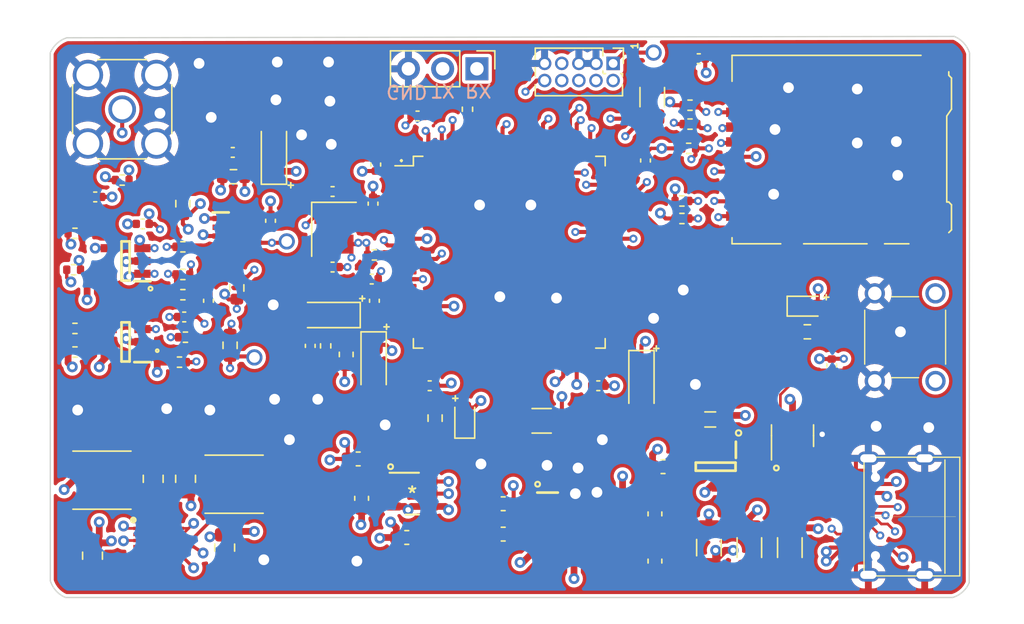
<source format=kicad_pcb>
(kicad_pcb (version 20201220) (generator pcbnew)
  (layers (0 "F.Cu" power "GND") (1 "In1.Cu" mixed "SigPwr") (2 "In2.Cu" mixed "SigPwr2") (31 "B.Cu" power "GND2") (34 "B.Paste" user) (35 "F.Paste" user) (36 "B.SilkS" user "B.Silkscreen") (37 "F.SilkS" user "F.Silkscreen") (38 "B.Mask" user) (39 "F.Mask" user) (44 "Edge.Cuts" user))
  (net 0 "")
  (net 1 "GND")
  (net 2 "Net-(C15-Pad1)")
  (net 3 "Net-(C3-Pad1)")
  (net 4 "Net-(C4-Pad1)")
  (net 5 "Net-(C10-Pad2)")
  (net 6 "Net-(C10-Pad1)")
  (net 7 "/v_DIV_OUT")
  (net 8 "Net-(C5-Pad1)")
  (net 9 "/Power/+5V")
  (net 10 "/VPOS")
  (net 11 "/VNEG")
  (net 12 "/+3.3V")
  (net 13 "/H7MCU/VREF+")
  (net 14 "/H7MCU/+3.3VA")
  (net 15 "Net-(C19-Pad1)")
  (net 16 "/Power/USB_CONN_D+")
  (net 17 "/Power/USB_CONN_D-")
  (net 18 "/H7MCU/HSE_IN")
  (net 19 "/H7MCU/NRST")
  (net 20 "/H7MCU/USART_TX")
  (net 21 "/H7MCU/USART_RX")
  (net 22 "/H7MCU/LED_STAT")
  (net 23 "Net-(D2-Pad1)")
  (net 24 "Net-(D3-Pad1)")
  (net 25 "Net-(F1-Pad2)")
  (net 26 "VCC")
  (net 27 "Net-(FB1-Pad1)")
  (net 28 "Net-(C11-Pad2)")
  (net 29 "P_AMP_OUT")
  (net 30 "Net-(IC2-Pad4)")
  (net 31 "Net-(C11-Pad1)")
  (net 32 "/3.3VREF")
  (net 33 "Net-(C31-Pad2)")
  (net 34 "Net-(IC3-Pad4)")
  (net 35 "Net-(IC3-Pad1)")
  (net 36 "Net-(IC4-Pad10)")
  (net 37 "Net-(IC4-Pad1)")
  (net 38 "Net-(IC5-Pad1)")
  (net 39 "Net-(J1-PadA5)")
  (net 40 "Net-(J1-PadB5)")
  (net 41 "Net-(J2-Pad1)")
  (net 42 "no_connect_56")
  (net 43 "no_connect_57")
  (net 44 "no_connect_58")
  (net 45 "/H7MCU/BOOT0")
  (net 46 "no_connect_62")
  (net 47 "no_connect_59")
  (net 48 "no_connect_73")
  (net 49 "no_connect_84")
  (net 50 "/H7MCU/SWO")
  (net 51 "no_connect_92")
  (net 52 "no_connect_110")
  (net 53 "no_connect_112")
  (net 54 "no_connect_120")
  (net 55 "no_connect_63")
  (net 56 "no_connect_64")
  (net 57 "no_connect_65")
  (net 58 "no_connect_67")
  (net 59 "no_connect_68")
  (net 60 "no_connect_69")
  (net 61 "no_connect_70")
  (net 62 "no_connect_71")
  (net 63 "/H7MCU/SDMMC_CMD")
  (net 64 "no_connect_72")
  (net 65 "no_connect_74")
  (net 66 "/H7MCU/SDMMC_CK")
  (net 67 "/H7MCU/SDMMC_D3")
  (net 68 "/H7MCU/SDMMC_D2")
  (net 69 "no_connect_75")
  (net 70 "/H7MCU/SWCLK")
  (net 71 "/H7MCU/SWDIO")
  (net 72 "/USB_D+")
  (net 73 "/USB_D-")
  (net 74 "no_connect_76")
  (net 75 "no_connect_77")
  (net 76 "no_connect_78")
  (net 77 "/H7MCU/SDMMC_D1")
  (net 78 "/H7MCU/SDMMC_D0")
  (net 79 "no_connect_79")
  (net 80 "no_connect_80")
  (net 81 "no_connect_81")
  (net 82 "no_connect_82")
  (net 83 "no_connect_83")
  (net 84 "no_connect_85")
  (net 85 "no_connect_86")
  (net 86 "no_connect_87")
  (net 87 "no_connect_88")
  (net 88 "no_connect_89")
  (net 89 "no_connect_90")
  (net 90 "no_connect_91")
  (net 91 "no_connect_93")
  (net 92 "no_connect_94")
  (net 93 "no_connect_95")
  (net 94 "no_connect_96")
  (net 95 "no_connect_97")
  (net 96 "no_connect_98")
  (net 97 "no_connect_99")
  (net 98 "no_connect_100")
  (net 99 "no_connect_101")
  (net 100 "no_connect_102")
  (net 101 "no_connect_103")
  (net 102 "no_connect_104")
  (net 103 "no_connect_105")
  (net 104 "no_connect_106")
  (net 105 "no_connect_107")
  (net 106 "no_connect_108")
  (net 107 "no_connect_109")
  (net 108 "no_connect_111")
  (net 109 "no_connect_113")
  (net 110 "no_connect_114")
  (net 111 "no_connect_115")
  (net 112 "no_connect_116")
  (net 113 "no_connect_117")
  (net 114 "no_connect_118")
  (net 115 "no_connect_119")
  (net 116 "no_connect_121")
  (net 117 "/H7MCU/HSE_OUT")
  (net 118 "no_connect_60")
  (net 119 "no_connect_122")
  (net 120 "no_connect_61")
  (net 121 "no_connect_123")
  (net 122 "no_connect_124")
  (net 123 "Net-(C48-Pad2)")
  (net 124 "no_connect_66")
  (footprint "Capacitor_SMD:C_0603_1608Metric" (layer "F.Cu") (at 141 110.5 -90)
    (fp_text reference "C3" hide)
    (fp_text value "1u")
  )
  (footprint "Resistor_SMD:R_0402_1005Metric" (layer "F.Cu") (at 97.9 92.4)
    (fp_text reference "R12" hide)
    (fp_text value "2.49k")
  )
  (footprint "Connector_PinHeader_1.27mm:PinHeader_2x05_P1.27mm_Vertical" (layer "F.Cu") (at 137.9 77.1 -90)
    (fp_text reference "J3" hide)
    (fp_text value "SWDIO" hide)
  )
  (footprint "Capacitor_SMD:C_0603_1608Metric" (layer "F.Cu") (at 141 114 -90)
    (fp_text reference "C5" hide)
    (fp_text value "1u")
  )
  (footprint "Capacitor_SMD:C_0402_1005Metric" (layer "F.Cu") (at 107.9 94.7 -90)
    (fp_text reference "C12" hide)
    (fp_text value "100p")
  )
  (footprint "Capacitor_SMD:C_1206_3216Metric" (layer "F.Cu") (at 132.6 103.6 180)
    (fp_text reference "C15" hide)
    (fp_text value "2.2u")
  )
  (footprint "Resistor_SMD:R_0603_1608Metric" (layer "F.Cu") (at 109.75 85.5 180)
    (fp_text reference "R15" hide)
    (fp_text value "49.9k")
  )
  (footprint "Fuse:Fuse_1206_3216Metric" (layer "F.Cu") (at 145 113 90)
    (fp_text reference "F1" hide)
    (fp_text value "Polyfuse")
  )
  (footprint "Capacitor_Tantalum_SMD:CP_EIA-3216-18_Kemet-A" (layer "F.Cu") (at 120.142 99.314 -90)
    (fp_text reference "C25" hide)
    (fp_text value "1u")
  )
  (footprint "Capacitor_Tantalum_SMD:CP_EIA-3216-18_Kemet-A" (layer "F.Cu") (at 112.75 83.75 90)
    (fp_text reference "C32" hide)
    (fp_text value "10u")
  )
  (footprint "Capacitor_SMD:C_0402_1005Metric" (layer "F.Cu") (at 120.1 87.5 -90)
    (fp_text reference "C18" hide)
    (fp_text value "100n")
  )
  (footprint "Capacitor_SMD:C_0402_1005Metric" (layer "F.Cu") (at 144.25 76.75)
    (fp_text reference "C34" hide)
    (fp_text value "100n")
  )
  (footprint "LED_SMD:LED_0603_1608Metric" (layer "F.Cu") (at 126.9 103.4 90)
    (fp_text reference "D2" hide)
    (fp_text value "LED_Red")
  )
  (footprint "Resistor_SMD:R_0402_1005Metric" (layer "F.Cu") (at 105.75 99.25)
    (fp_text reference "R3" hide)
    (fp_text value "44.2k")
  )
  (footprint "Capacitor_SMD:C_0402_1005Metric" (layer "F.Cu") (at 140.3 84.3 -90)
    (fp_text reference "C17" hide)
    (fp_text value "100n")
  )
  (footprint "Capacitor_Tantalum_SMD:CP_EIA-3216-18_Kemet-A" (layer "F.Cu") (at 140 100.7 -90)
    (fp_text reference "C13" hide)
    (fp_text value "4.7u")
  )
  (footprint "Capacitor_SMD:C_0402_1005Metric" (layer "F.Cu") (at 124.3 101 180)
    (fp_text reference "C16" hide)
    (fp_text value "100n")
  )
  (footprint "Connector_Coaxial:SMA_Wurth_60312002114503_Vertical" (layer "F.Cu") (at 101.5 80.5)
    (fp_text reference "J2" hide)
    (fp_text value "Conn_Coaxial")
  )
  (footprint "Resistor_SMD:R_0603_1608Metric" (layer "F.Cu") (at 110 93.75 -90)
    (fp_text reference "R14" hide)
    (fp_text value "100k")
  )
  (footprint "Resistor_SMD:R_0402_1005Metric" (layer "F.Cu") (at 98 98.5)
    (fp_text reference "R10" hide)
    (fp_text value "2.49k")
  )
  (footprint "CM4IO:TYPE-C-31-M-12" (layer "F.Cu") (at 161 110.7 90)
    (fp_text reference "J1" hide)
    (fp_text value "USB_C_Receptacle_USB2.0")
  )
  (footprint "Capacitor_SMD:C_0805_2012Metric" (layer "F.Cu") (at 109.1 113 -90)
    (fp_text reference "C9" hide)
    (fp_text value "10u")
  )
  (footprint "Capacitor_SMD:C_1206_3216Metric" (layer "F.Cu") (at 140.8 79.6 90)
    (fp_text reference "C19" hide)
    (fp_text value "2.2u")
  )
  (footprint "SamacSys_Parts:TL1105CF160Q" (layer "F.Cu") (at 159.55 97.4 90)
    (fp_text reference "S1" hide)
    (fp_text value "TL1105CF160Q" hide)
  )
  (footprint "Resistor_SMD:R_0402_1005Metric" (layer "F.Cu") (at 120.2 91.3 180)
    (fp_text reference "R20" hide)
    (fp_text value "47")
  )
  (footprint "Package_TO_SOT_SMD:SOT-23-6" (layer "F.Cu") (at 151.2 104.7 90)
    (fp_text reference "U4" hide)
    (fp_text value "USBLC6-2SC6")
  )
  (footprint "Capacitor_SMD:C_0805_2012Metric" (layer "F.Cu") (at 106.2 107.9 90)
    (fp_text reference "C8" hide)
    (fp_text value "100n")
  )
  (footprint "Capacitor_SMD:C_0603_1608Metric" (layer "F.Cu") (at 122.6 112.25)
    (fp_text reference "C27" hide)
    (fp_text value "1u")
  )
  (footprint "Fiducial:Fiducial_0.5mm_Mask1.5mm" (layer "F.Cu") (at 148.9 93)
    (fp_text reference "FID3" hide)
    (fp_text value "Fiducial")
  )
  (footprint "Capacitor_SMD:C_0805_2012Metric" (layer "F.Cu") (at 103.8 107.9 90)
    (fp_text reference "C6" hide)
    (fp_text value "10u")
  )
  (footprint "Resistor_SMD:R_0402_1005Metric" (layer "F.Cu") (at 143.6 80.2 180)
    (fp_text reference "R17" hide)
    (fp_text value "47k")
  )
  (footprint "LED_SMD:LED_0603_1608Metric" (layer "F.Cu") (at 152.2875 95.1)
    (fp_text reference "D3" hide)
    (fp_text value "LED")
  )
  (footprint "Resistor_SMD:R_0402_1005Metric" (layer "F.Cu") (at 101.5 85.75)
    (fp_text reference "R6" hide)
    (fp_text value "35.7k")
  )
  (footprint "Resistor_SMD:R_0402_1005Metric" (layer "F.Cu") (at 143.6 81.6 180)
    (fp_text reference "R19" hide)
    (fp_text value "47k")
  )
  (footprint "Inductor_SMD:L_Coilcraft_XxL4020" (layer "F.Cu") (at 109.8 108.3)
    (fp_text reference "L2" hide)
    (fp_text value "4.7u")
  )
  (footprint "Capacitor_SMD:C_0402_1005Metric" (layer "F.Cu") (at 99.5 87 180)
    (fp_text reference "C30" hide)
    (fp_text value "100p")
  )
  (footprint "Capacitor_SMD:C_0402_1005Metric" (layer "F.Cu") (at 123.4 81)
    (fp_text reference "C21" hide)
    (fp_text value "100n")
  )
  (footprint "Crystal:Crystal_SMD_3225-4Pin_3.2x2.5mm" (layer "F.Cu") (at 117.2 89.4 -90)
    (fp_text reference "Y1" hide)
    (fp_text value "16MHz")
  )
  (footprint "Resistor_SMD:R_0402_1005Metric" (layer "F.Cu") (at 143 87.3 180)
    (fp_text reference "R23" hide)
    (fp_text value "47k")
  )
  (footprint "Connector_PinHeader_2.54mm:PinHeader_1x03_P2.54mm_Vertical" (layer "F.Cu") (at 127.8 77.5 -90)
    (fp_text reference "J7" hide)
    (fp_text value "USART")
  )
  (footprint "Capacitor_SMD:C_0402_1005Metric" (layer "F.Cu") (at 109.7 83.7 180)
    (fp_text reference "C31" hide)
    (fp_text value "100p")
  )
  (footprint "Inductor_SMD:L_0603_1608Metric" (layer "F.Cu") (at 118.11 98.679 90)
    (fp_text reference "FB2" hide)
    (fp_text value "100 @ 100 MHz")
  )
  (footprint "Resistor_SMD:R_0402_1005Metric" (layer "F.Cu") (at 106 92.75)
    (fp_text reference "R4" hide)
    (fp_text value "66.5k")
  )
  (footprint "Capacitor_SMD:C_0402_1005Metric" (layer "F.Cu") (at 120.3 84.6 90)
    (fp_text reference "C20" hide)
    (fp_text value "100n")
  )
  (footprint "Capacitor_SMD:C_0805_2012Metric" (layer "F.Cu") (at 99.3 113.6 -90)
    (fp_text reference "C7" hide)
    (fp_text value "10u")
  )
  (footprint "SamacSys_Parts:SOT95P280X145-5N" (layer "F.Cu") (at 101.75 91.75 180)
    (fp_text reference "IC3" hide)
    (fp_text value "OPA659IDBVR" hide)
  )
  (footprint "Resistor_SMD:R_1206_3216Metric" (layer "F.Cu") (at 151 113 -90)
    (fp_text reference "R1" hide)
    (fp_text value "5.1k")
  )
  (footprint "Resistor_SMD:R_0402_1005Metric" (layer "F.Cu") (at 98 96.75 180)
    (fp_text reference "R9" hide)
    (fp_text value "187")
  )
  (footprint "SamacSys_Parts:SOT65P210X110-5N" (layer "F.Cu") (at 109.75 89.25)
    (fp_text reference "IC5" hide)
    (fp_text value "OPA377AIDCKR" hide)
  )
  (footprint "Capacitor_SMD:C_0603_1608Metric" (layer "F.Cu") (at 119.253 109.347 90)
    (fp_text reference "C22" hide)
    (fp_text value "100n X7R")
  )
  (footprint "Capacitor_SMD:C_0402_1005Metric" (layer "F.Cu") (at 115.443 98.044 -90)
    (fp_text reference "C26" hide)
    (fp_text value "100n")
  )
  (footprint "Resistor_SMD:R_0402_1005Metric" (layer "F.Cu") (at 127.1 80.5 90)
    (fp_text reference "R27" hide)
    (fp_text value "10k")
  )
  (footprint "Capacitor_SMD:C_0402_1005Metric" (layer "F.Cu") (at 154.1 99.5 90)
    (fp_text reference "C50" hide)
    (fp_text value "100n")
  )
  (footprint "Resistor_SMD:R_1206_3216Metric" (layer "F.Cu") (at 148 113 -90)
    (fp_text reference "R2" hide)
    (fp_text value "5.1k")
  )
  (footprint "Capacitor_SMD:C_0402_1005Metric" (layer "F.Cu") (at 117.1 92.2)
    (fp_text reference "C48" hide)
    (fp_text value "12p")
  )
  (footprint "Capacitor_Tantalum_SMD:CP_EIA-3216-18_Kemet-A" (layer "F.Cu") (at 116.84 95.758 180)
    (fp_text reference "C23" hide)
    (fp_text value "1u")
  )
  (footprint "Resistor_SMD:R_0603_1608Metric" (layer "F.Cu") (at 152.3 97 180)
    (fp_text reference "R28" hide)
    (fp_text value "2.2k")
  )
  (footprint "Package_QFP:LQFP-100_14x14mm_P0.5mm" (layer "F.Cu") (at 130.2 91.1)
    (fp_text reference "U2" hide)
    (fp_text value "STM32H743VITx")
  )
  (footprint "Resistor_SMD:R_0402_1005Metric" (layer "F.Cu") (at 98 89.7)
    (fp_text reference "R11" hide)
    (fp_text value "187")
  )
  (footprint "Inductor_SMD:L_Coilcraft_XxL4020" (layer "F.Cu") (at 100 108 180)
    (fp_text reference "L1" hide)
    (fp_text value "4.7u")
  )
  (footprint "SamacSys_Parts:SOT95P280X125-3N" (layer "F.Cu") (at 145.5 107 -90)
    (fp_text reference "Q1" hide)
    (fp_text value "AO3401A" hide)
  )
  (footprint "Fiducial:Fiducial_0.5mm_Mask1.5mm" (layer "F.Cu") (at 115 113.75)
    (fp_text reference "FID2" hide)
    (fp_text value "Fiducial")
  )
  (footprint "Resistor_SMD:R_0402_1005Metric" (layer "F.Cu") (at 106.19 97.4 180)
    (fp_text reference "R5" hide)
    (fp_text value "6.34k")
  )
  (footprint "Capacitor_SMD:C_0603_1608Metric" (layer "F.Cu") (at 118.999 106.426)
    (fp_text reference "C28" hide)
    (fp_text value "10u")
  )
  (footprint "Capacitor_SMD:C_0402_1005Metric" (layer "F.Cu") (at 112.5 88.77 90)
    (fp_text reference "C33" hide)
    (fp_text value "100n")
  )
  (footprint "Resistor_SMD:R_0402_1005Metric" (layer "F.Cu") (at 106 94.25 180)
    (fp_text reference "R7" hide)
    (fp_text value "34.8k")
  )
  (footprint "Connector_Card:microSD_HC_Hirose_DM3AT-SF-PEJM5" (layer "F.Cu") (at 154.6 83.5 90)
    (fp_text reference "J4" hide)
    (fp_text value "Micro_SD_Card")
  )
  (footprint "Capacitor_SMD:C_0402_1005Metric" (layer "F.Cu") (at 106.1 95.9)
    (fp_text reference "C10" hide)
    (fp_text value "100p")
  )
  (footprint "Capacitor_SMD:C_0402_1005Metric" (layer "F.Cu") (at 120 93.091)
    (fp_text reference "C29" hide)
    (fp_text value "47p")
  )
  (footprint "SamacSys_Parts:SOIC127P600X175-9N" (layer "F.Cu") (at 135.75 111.5)
    (fp_text reference "IC1" hide)
    (fp_text value "ADP7156ARDZ-3.3-R7" hide)
  )
  (footprint "Fiducial:Fiducial_0.5mm_Mask1.5mm" (layer "F.Cu") (at 109.5 77.75)
    (fp_text reference "FID1" hide)
    (fp_text value "Fiducial")
  )
  (footprint "Capacitor_SMD:C_0402_1005Metric" (layer "F.Cu") (at 117.1 86.6)
    (fp_text reference "C49" hide)
    (fp_text value "12p")
  )
  (footprint "Resistor_SMD:R_0402_1005Metric" (layer "F.Cu") (at 106 90.7 180)
    (fp_text reference "R8" hide)
    (fp_text value "10k")
  )
  (footprint "Capacitor_SMD:C_0603_1608Metric" (layer "F.Cu") (at 129.75 109.75 180)
    (fp_text reference "C1" hide)
    (fp_text value "10u")
  )
  (footprint "Capacitor_SMD:C_0402_1005Metric" (layer "F.Cu") (at 103.02 89)
    (fp_text reference "C11" hide)
    (fp_text value "100p")
  )
  (footprint "SamacSys_Parts:SOT95P280X145-5N" (layer "F.Cu") (at 101.75 97.75 180)
    (fp_text reference "IC2" hide)
    (fp_text value "OPA659IDBVR" hide)
  )
  (footprint "Capacitor_SMD:C_0402_1005Metric" (layer "F.Cu") (at 136.8 101 180)
    (fp_text reference "C14" hide)
    (fp_text value "100n")
  )
  (footprint "Resistor_SMD:R_0402_1005Metric" (layer "F.Cu") (at 143.5 83.4 180)
    (fp_text reference "R22" hide)
    (fp_text value "47k")
  )
  (footprint "REF3433:REF3433IDBVR" (layer "F.Cu") (at 123 109)
    (fp_text reference "U3" hide)
    (fp_text value "REF3433IDBVR" hide)
  )
  (footprint "Resistor_SMD:R_0603_1608Metric" (layer "F.Cu") (at 106 87.5 90)
    (fp_text reference "R16" hide)
    (fp_text value "100k")
  )
  (footprint "Resistor_SMD:R_0402_1005Metric" (layer "F.Cu") (at 143 88.6 180)
    (fp_text reference "R24" hide)
    (fp_text value "47k")
  )
  (footprint "Capacitor_SMD:C_0603_1608Metric" (layer "F.Cu") (at 129.75 112 180)
    (fp_text reference "C4" hide)
    (fp_text value "1u")
  )
  (footprint "Inductor_SMD:L_0805_2012Metric" (layer "F.Cu") (at 145.1 103.5)
    (fp_text reference "FB1" hide)
    (fp_text value "600 @ 100MHz")
  )
  (footprint "Capacitor_SMD:C_0402_1005Metric" (layer "F.Cu") (at 120.2 94.7 -90)
    (fp_text reference "C24" hide)
    (fp_text value "100n")
  )
  (footprint "Capacitor_SMD:C_0603_1608Metric" (layer "F.Cu") (at 141.6 107)
    (fp_text reference "C2" hide)
    (fp_text value "10u")
  )
  (footprint "Resistor_SMD:R_0402_1005Metric" (layer "F.Cu") (at 116.586 98.044 -90)
    (fp_text reference "R18" hide)
    (fp_text value "0")
  )
  (footprint "SamacSys_Parts:SON45P300X300X80-13N-D" (layer "F.Cu") (at 104.2 112.7)
    (fp_text reference "IC4" hide)
    (fp_text value "TPS65133DPDR" hide)
  )
  (footprint "Resistor_SMD:R_0603_1608Metric" (layer "F.Cu") (at 124.7 103.4 90)
    (fp_text reference "R21" hide)
    (fp_text value "2k2")
  )
  (footprint "Resistor_SMD:R_0603_1608Metric" (layer "F.Cu") (at 109.5 98 -90)
    (fp_text reference "R13" hide)
    (fp_text value "50k")
  )
  (gr_circle (center 103.6 93.8) (end 103.7 93.9) (layer "F.SilkS") (width 0.15) (fill none))
  (gr_circle (center 121.4 107) (end 121.273 106.873) (layer "F.SilkS") (width 0.15) (fill none))
  (gr_circle (center 150 107.1) (end 149.873 106.973) (layer "F.SilkS") (width 0.15) (fill none))
  (gr_circle (center 147.2 104.5) (end 147.4 104.5) (layer "F.SilkS") (width 0.15) (fill none))
  (gr_circle (center 104.1 98.4) (end 104.2 98.4) (layer "F.SilkS") (width 0.15) (fill none))
  (gr_circle (center 132.3 108.3) (end 132.173 108.173) (layer "F.SilkS") (width 0.15) (fill none))
  (gr_arc (start 162.529053 114.854338) (end 163.063655 116.7) (angle -51.01248412) (layer "Edge.Cuts") (width 0.1))
  (gr_line (start 163.063655 116.7) (end 97.299999 116.7) (layer "Edge.Cuts") (width 0.1))
  (gr_line (start 164.326802 76.336345) (end 164.3 115.600001) (layer "Edge.Cuts") (width 0.1))
  (gr_arc (start 162.426803 76.936344) (end 164.326802 76.336345) (angle -49.64077745) (layer "Edge.Cuts") (width 0.1))
  (gr_line (start 97.400001 75.200001) (end 163.200001 75.1) (layer "Edge.Cuts") (width 0.1))
  (gr_line (start 96.173198 115.463655) (end 96.163656 76.326803) (layer "Edge.Cuts") (width 0.1))
  (gr_arc (start 98 77.1) (end 97.400001 75.200001) (angle -49.64077745) (layer "Edge.Cuts") (width 0.1))
  (gr_arc (start 98.073197 114.863656) (end 96.173198 115.463655) (angle -49.64077745) (layer "Edge.Cuts") (width 0.1))
  (gr_text "GND\n" (at 122.6 79.2 180) (layer "B.SilkS") (effects (font (size 1 1)) (justify mirror)))
  (gr_text "RX" (at 127.9 79.1 180) (layer "B.SilkS") (effects (font (size 1 1)) (justify mirror)))
  (gr_text "TX" (at 125.3 79.1 180) (layer "B.SilkS") (effects (font (size 1 1)) (justify mirror)))
  (gr_text "+" (at 126.2 101.9) (layer "F.SilkS") (effects (font (size 0.5 0.5) (thickness 0.125))))
  (gr_text "+" (at 153.7 94.4) (layer "F.SilkS") (effects (font (size 0.5 0.5) (thickness 0.125))))
  (gr_text "1" (at 139.5 75.8 90) (layer "F.SilkS") (effects (font (size 0.5 0.5) (thickness 0.125))))
  (gr_text "+" (at 141.1 98.2) (layer "F.SilkS") (effects (font (size 0.5 0.5) (thickness 0.125))))
  (gr_text "+" (at 119.3 94.5) (layer "F.SilkS") (effects (font (size 0.5 0.5) (thickness 0.125)) (justify mirror)))
  (gr_text "+" (at 114 86.1) (layer "F.SilkS") (effects (font (size 0.5 0.5) (thickness 0.125))))
  (gr_text "." (at 122.2 83.9) (layer "F.SilkS") (effects (font (size 1 1))))
  (gr_text "+" (at 121.1 96.6) (layer "F.SilkS") (effects (font (size 0.5 0.5) (thickness 0.125))))
  (segment (start 135.7 98.775) (end 135.7 99.9) (width 0.3) (layer "F.Cu") (net 1))
  (segment (start 105.65 113.375) (end 104.875 113.375) (width 0.2) (layer "F.Cu") (net 1))
  (segment (start 103.075 113.825) (end 104.2 112.7) (width 0.25) (layer "F.Cu") (net 1))
  (segment (start 102.75 112.925) (end 103.975 112.925) (width 0.25) (layer "F.Cu") (net 1))
  (segment (start 124.2 100.2) (end 123.82 100.58) (width 0.3) (layer "F.Cu") (net 1))
  (segment (start 136.32 100.52) (end 136.32 101) (width 0.3) (layer "F.Cu") (net 1))
  (segment (start 117.58 87.83) (end 118.05 88.3) (width 0.3) (layer "F.Cu") (net 1))
  (segment (start 152 104.6) (end 153.4 104.6) (width 0.3) (layer "F.Cu") (net 1))
  (segment (start 120.1 88.3) (end 120.1 87.98) (width 0.3) (layer "F.Cu") (net 1))
  (segment (start 140.22 84.78) (end 139.4 85.6) (width 0.3) (layer "F.Cu") (net 1))
  (segment (start 102.75 113.825) (end 103.075 113.825) (width 0.25) (layer "F.Cu") (net 1))
  (segment (start 151.2 105.4) (end 152 104.6) (width 0.3) (layer "F.Cu") (net 1))
  (segment (start 102.75 113.375) (end 103.525 113.375) (width 0.25) (layer "F.Cu") (net 1))
  (segment (start 124.2 98.775) (end 124.2 100.2) (width 0.3) (layer "F.Cu") (net 1))
  (segment (start 117.58 86.6) (end 117.58 87.83) (width 0.3) (layer "F.Cu") (net 1))
  (segment (start 123.82 100.58) (end 123.82 101) (width 0.3) (layer "F.Cu") (net 1))
  (segment (start 122.525 89.6) (end 121.4 89.6) (width 0.3) (layer "F.Cu") (net 1))
  (segment (start 120.1 87.98) (end 118.37 87.98) (width 0.3) (layer "F.Cu") (net 1))
  (segment (start 121.4 89.6) (end 120.1 88.3) (width 0.3) (layer "F.Cu") (net 1))
  (segment (start 122.525 94.1) (end 120.32 94.1) (width 0.3) (layer "F.Cu") (net 1))
  (segment (start 104.875 113.375) (end 104.2 112.7) (width 0.2) (layer "F.Cu") (net 1))
  (segment (start 102.75 112.025) (end 103.525 112.025) (width 0.2) (layer "F.Cu") (net 1))
  (segment (start 135.7 99.9) (end 136.32 100.52) (width 0.3) (layer "F.Cu") (net 1))
  (segment (start 139.4 85.6) (end 137.875 85.6) (width 0.3) (layer "F.Cu") (net 1))
  (segment (start 103.525 112.025) (end 104.2 112.7) (width 0.2) (layer "F.Cu") (net 1))
  (via (at 161.3 104.1) (size 1.2) (drill 0.8) (layers "F.Cu" "B.Cu") (net 1))
  (via (at 149.8 86.8) (size 1.2) (drill 0.8) (layers "F.Cu" "B.Cu") (net 1))
  (via (at 108.1 81.1) (size 1.2) (drill 0.8) (layers "F.Cu" "B.Cu") (net 1))
  (via (at 121 103.9) (size 1.2) (drill 0.8) (layers "F.Cu" "B.Cu") (net 1))
  (via (at 135.1 109) (size 1.2) (drill 0.8) (layers "F.Cu" "B.Cu") (net 1))
  (via (at 135.3 107.1) (size 1.2) (drill 0.8) (layers "F.Cu" "B.Cu") (net 1))
  (via (at 159.2 97) (size 1.2) (drill 0.8) (layers "F.Cu" "B.Cu") (net 1))
  (via (at 114.8 82.4) (size 1.2) (drill 0.8) (layers "F.Cu" "B.Cu") (net 1))
  (via (at 112.8 102) (size 1.2) (drill 0.8) (layers "F.Cu" "B.Cu") (net 1))
  (via (at 140.9 96) (size 1.2) (drill 0.8) (layers "F.Cu" "B.Cu") (net 1))
  (via (at 113 77) (size 1.2) (drill 0.8) (layers "F.Cu" "B.Cu") (net 1))
  (via (at 112.9 79.8) (size 1.2) (drill 0.8) (layers "F.Cu" "B.Cu") (net 1))
  (via (at 149.9 82) (size 1.2) (drill 0.8) (layers "F.Cu" "B.Cu") (net 1))
  (via (at 153.4 104.6) (size 0.8) (drill 0.4) (layers "F.Cu" "B.Cu") (net 1))
  (via (at 128.1 106.8) (size 1.2) (drill 0.8) (layers "F.Cu" "B.Cu") (net 1))
  (via (at 112.7 95) (size 1.2) (drill 0.8) (layers "F.Cu" "B.Cu") (net 1))
  (via (at 104.8 102.7) (size 1.2) (drill 0.8) (layers "F.Cu" "B.Cu") (net 1))
  (via (at 133 106.9) (size 1.2) (drill 0.8) (layers "F.Cu" "B.Cu") (net 1))
  (via (at 131.8 87.6) (size 1.2) (drill 0.8) (layers "F.Cu" "B.Cu") (net 1))
  (via (at 156 83) (size 1.2) (drill 0.8) (layers "F.Cu" "B.Cu") (net 1))
  (via (at 150.9 78.9) (size 1.2) (drill 0.8) (layers "F.Cu" "B.Cu") (net 1))
  (via (at 116.8 77) (size 1.2) (drill 0.8) (layers "F.Cu" "B.Cu") (net 1))
  (via (at 98.2 102.8) (size 1.2) (drill 0.8) (layers "F.Cu" "B.Cu") (net 1))
  (via (at 112 113.9) (size 1.2) (drill 0.8) (layers "F.Cu" "B.Cu") (net 1))
  (via (at 157.4 104) (size 1.2) (drill 0.8) (layers "F.Cu" "B.Cu") (net 1))
  (via (at 129.5 94.4) (size 1.2) (drill 0.8) (layers "F.Cu" "B.Cu") (net 1))
  (via (at 116.9 79.9) (size 1.2) (drill 0.8) (layers "F.Cu" "B.Cu") (net 1))
  (via (at 107.2 77.1) (size 1.2) (drill 0.8) (layers "F.Cu" "B.Cu") (net 1))
  (via (at 128 87.6) (size 1.2) (drill 0.8) (layers "F.Cu" "B.Cu") (net 1))
  (via (at 104.3 80.8) (size 1.2) (drill 0.8) (layers "F.Cu" "B.Cu") (net 1))
  (via (at 143.1 93.9) (size 1.2) (drill 0.8) (layers "F.Cu" "B.Cu") (net 1))
  (via (at 136.7 108.9) (size 1.2) (drill 0.8) (layers "F.Cu" "B.Cu") (net 1))
  (via (at 118.9 114) (size 1.2) (drill 0.8) (layers "F.Cu" "B.Cu") (net 1))
  (via (at 158.9 82.9) (size 1.2) (drill 0.8) (layers "F.Cu" "B.Cu") (net 1))
  (via (at 156 79) (size 1.2) (drill 0.8) (layers "F.Cu" "B.Cu") (net 1))
  (via (at 113.9 105) (size 1.2) (drill 0.8) (layers "F.Cu" "B.Cu") (net 1))
  (via (at 133.7 94.5) (size 1.2) (drill 0.8) (layers "F.Cu" "B.Cu") (net 1))
  (via (at 116 102) (size 1.2) (drill 0.8) (layers "F.Cu" "B.Cu") (net 1))
  (via (at 117 83.1) (size 1.2) (drill 0.8) (layers "F.Cu" "B.Cu") (net 1))
  (via (at 159 85.4) (size 1.2) (drill 0.8) (layers "F.Cu" "B.Cu") (net 1))
  (via (at 144 100.9) (size 1.2) (drill 0.8) (layers "F.Cu" "B.Cu") (net 1))
  (via (at 137.1 105) (size 1.2) (drill 0.8) (layers "F.Cu" "B.Cu") (net 1))
  (via (at 108 102.8) (size 1.2) (drill 0.8) (layers "F.Cu" "B.Cu") (net 1))
  (segment (start 135.2 98.775) (end 135.2 100.9) (width 0.3) (layer "F.Cu") (net 2))
  (segment (start 134.1 101.8) (end 134.1 103.575) (width 0.3) (layer "F.Cu") (net 2))
  (via (at 135.2 100.9) (size 0.8) (drill 0.4) (layers "F.Cu" "B.Cu") (net 2))
  (via (at 134.1 101.8) (size 0.8) (drill 0.4) (layers "F.Cu" "B.Cu") (net 2))
  (segment (start 140.475 109.725) (end 139.335 110.865) (width 0.5) (layer "F.Cu") (net 3))
  (segment (start 139.335 110.865) (end 138.462 110.865) (width 0.5) (layer "F.Cu") (net 3))
  (segment (start 141 109.725) (end 140.475 109.725) (width 0.5) (layer "F.Cu") (net 3))
  (segment (start 133.038 112.135) (end 130.66 112.135) (width 0.5) (layer "F.Cu") (net 4))
  (segment (start 106.95 99.25) (end 107 99.2) (width 0.3) (layer "F.Cu") (net 5))
  (segment (start 107.1 95.9) (end 107.6 96.4) (width 0.3) (layer "F.Cu") (net 5))
  (segment (start 106.26 99.25) (end 106.95 99.25) (width 0.3) (layer "F.Cu") (net 5))
  (segment (start 107.93 94.22) (end 106.54 94.22) (width 0.3) (layer "F.Cu") (net 5))
  (segment (start 106.58 95.9) (end 107.1 95.9) (width 0.3) (layer "F.Cu") (net 5))
  (segment (start 106.51 94.25) (end 106.51 95.83) (width 0.3) (layer "F.Cu") (net 5))
  (via (at 107.6 96.4) (size 0.6) (drill 0.3) (layers "F.Cu" "B.Cu") (net 5))
  (via (at 107 99.2) (size 0.6) (drill 0.3) (layers "F.Cu" "B.Cu") (net 5))
  (segment (start 105.68 97.4) (end 105.1 97.4) (width 0.3) (layer "F.Cu") (net 6))
  (segment (start 105.62 95.9) (end 105 95.9) (width 0.3) (layer "F.Cu") (net 6))
  (segment (start 103 96.8) (end 104 96.8) (width 0.3) (layer "F.Cu") (net 6))
  (via (at 105 95.9) (size 0.6) (drill 0.3) (layers "F.Cu" "B.Cu") (net 6))
  (via (at 104 96.8) (size 0.6) (drill 0.3) (layers "F.Cu" "B.Cu") (net 6))
  (via (at 105.1 97.4) (size 0.6) (drill 0.3) (layers "F.Cu" "B.Cu") (net 6))
  (segment (start 112.6 90.4) (end 111.8 90.4) (width 0.3) (layer "F.Cu") (net 7))
  (segment (start 120.48 92.72) (end 120.7 92.5) (width 0.3) (layer "F.Cu") (net 7))
  (segment (start 110.575 85.5) (end 110.575 86.575) (width 0.3) (layer "F.Cu") (net 7))
  (segment (start 122.525 93.1) (end 123.8 93.1) (width 0.3) (layer "F.Cu") (net 7))
  (segment (start 111.8 90.4) (end 111.3 89.9) (width 0.3) (layer "F.Cu") (net 7))
  (segment (start 110.575 84.095) (end 110.18 83.7) (width 0.3) (layer "F.Cu") (net 7))
  (segment (start 111.3 89.9) (end 110.7 89.9) (width 0.3) (layer "F.Cu") (net 7))
  (segment (start 120.48 93.091) (end 120.48 92.72) (width 0.3) (layer "F.Cu") (net 7))
  (segment (start 112.6 90.4) (end 113.6 90.4) (width 0.3) (layer "F.Cu") (net 7))
  (segment (start 113.6 90.4) (end 113.7 90.3) (width 0.3) (layer "F.Cu") (net 7))
  (segment (start 110.575 85.5) (end 110.575 84.095) (width 0.3) (layer "F.Cu") (net 7))
  (segment (start 110.575 86.575) (end 110.6 86.6) (width 0.3) (layer "F.Cu") (net 7))
  (via (at 123.8 93.1) (size 0.6) (drill 0.3) (layers "F.Cu" "B.Cu") (net 7))
  (via (at 113.7 90.3) (size 1.2) (drill 0.8) (layers "F.Cu" "B.Cu") (net 7))
  (via (at 112.6 90.4) (size 0.6) (drill 0.3) (layers "F.Cu" "B.Cu") (net 7))
  (via (at 120.7 92.5) (size 0.6) (drill 0.3) (layers "F.Cu" "B.Cu") (net 7))
  (via (at 110.6 86.6) (size 0.8) (drill 0.4) (layers "F.Cu" "B.Cu") (net 7))
  (segment (start 138.462 113.405) (end 138.462 112.135) (width 0.5) (layer "F.Cu") (net 8))
  (segment (start 141 113.225) (end 138.642 113.225) (width 0.5) (layer "F.Cu") (net 8))
  (segment (start 138.642 113.225) (end 138.462 113.405) (width 0.5) (layer "F.Cu") (net 8))
  (segment (start 140.825 107) (end 140.825 107.475) (width 0.5) (layer "F.Cu") (net 9))
  (segment (start 103.8 108.85) (end 102.035 108.85) (width 0.5) (layer "F.Cu") (net 9))
  (segment (start 147.7 103.2) (end 146.4625 103.2) (width 0.5) (layer "F.Cu") (net 9))
  (segment (start 124.374999 109.949998) (end 122.950002 109.949998) (width 0.5) (layer "F.Cu") (net 9))
  (segment (start 135 115.3) (end 135 114.2) (width 0.5) (layer "F.Cu") (net 9))
  (segment (start 106.6 109.25) (end 106.2 108.85) (width 0.5) (layer "F.Cu") (net 9))
  (segment (start 151.2 103.5625) (end 151.2 102.2) (width 0.5) (layer "F.Cu") (net 9))
  (segment (start 151.2 102.2) (end 151 102) (width 0.5) (layer "F.Cu") (net 9))
  (segment (start 140.825 107.475) (end 138.705 109.595) (width 0.5) (layer "F.Cu") (net 9))
  (segment (start 119.253 111.247) (end 119.2 111.3) (width 0.5) (layer "F.Cu") (net 9))
  (segment (start 119.253 110.122) (end 119.253 111.247) (width 0.5) (layer "F.Cu") (net 9))
  (segment (start 121.825 112.25) (end 120.65 112.25) (width 0.5) (layer "F.Cu") (net 9))
  (segment (start 138.6 109.457) (end 138.462 109.595) (width 0.5) (layer "F.Cu") (net 9))
  (segment (start 138.6 107.7) (end 138.6 109.457) (width 0.5) (layer "F.Cu") (net 9))
  (segment (start 106.125 113.825) (end 106.8 114.5) (width 0.25) (layer "F.Cu") (net 9))
  (segment (start 122.950002 109.949998) (end 122.7 110.2) (width 0.5) (layer "F.Cu") (net 9))
  (segment (start 131.2 114.1) (end 131.9 113.4) (width 0.5) (layer "F.Cu") (net 9))
  (segment (start 106.425 111.575) (end 105.65 111.575) (width 0.2) (layer "F.Cu") (net 9))
  (segment (start 131 114.1) (end 131.2 114.1) (width 0.5) (layer "F.Cu") (net 9))
  (segment (start 131.9 113.4) (end 133.033 113.4) (width 0.5) (layer "F.Cu") (net 9))
  (segment (start 135 114.2) (end 134.205 113.405) (width 0.5) (layer "F.Cu") (net 9))
  (segment (start 121.825 112.25) (end 121.825 111.525) (width 0.5) (layer "F.Cu") (net 9))
  (segment (start 106.2 108.85) (end 103.8 108.85) (width 0.5) (layer "F.Cu") (net 9))
  (segment (start 140.825 107) (end 140.825 106.075) (width 0.5) (layer "F.Cu") (net 9))
  (segment (start 140.825 106.075) (end 141.2 105.7) (width 0.5) (layer "F.Cu") (net 9))
  (segment (start 125.449998 109.949998) (end 125.7 110.2) (width 0.5) (layer "F.Cu") (net 9))
  (segment (start 105.65 113.825) (end 106.125 113.825) (width 0.25) (layer "F.Cu") (net 9))
  (segment (start 102.035 108.85) (end 101.185 108) (width 0.5) (layer "F.Cu") (net 9))
  (segment (start 146.4625 103.2) (end 146.1625 103.5) (width 0.5) (layer "F.Cu") (net 9))
  (segment (start 134.205 113.405) (end 133.038 113.405) (width 0.5) (layer "F.Cu") (net 9))
  (segment (start 121.624999 109.949998) (end 122.449998 109.949998) (width 0.5) (layer "F.Cu") (net 9))
  (segment (start 105.975 112.025) (end 106.8 111.2) (width 0.2) (layer "F.Cu") (net 9))
  (segment (start 120.65 112.25) (end 120.6 112.3) (width 0.5) (layer "F.Cu") (net 9))
  (segment (start 106.6 109.9) (end 106.6 109.25) (width 0.5) (layer "F.Cu") (net 9))
  (segment (start 121.825 111.525) (end 121.4 111.1) (width 0.5) (layer "F.Cu") (net 9))
  (segment (start 122.449998 109.949998) (end 122.7 110.2) (width 0.5) (layer "F.Cu") (net 9))
  (segment (start 124.374999 109.949998) (end 125.449998 109.949998) (width 0.5) (layer "F.Cu") (net 9))
  (via (at 119.2 111.3) (size 0.8) (drill 0.4) (layers "F.Cu" "B.Cu") (net 9))
  (via (at 106.8 114.5) (size 0.8) (drill 0.4) (layers "F.Cu" "B.Cu") (net 9))
  (via (at 151 102) (size 0.8) (drill 0.4) (layers "F.Cu" "B.Cu") (net 9))
  (via (at 138.6 107.7) (size 0.8) (drill 0.4) (layers "F.Cu" "B.Cu") (net 9))
  (via (at 106.6 109.9) (size 0.8) (drill 0.4) (layers "F.Cu" "B.Cu") (net 9))
  (via (at 135 115.3) (size 0.8) (drill 0.4) (layers "F.Cu" "B.Cu") (net 9))
  (via (at 147.7 103.2) (size 0.8) (drill 0.4) (layers "F.Cu" "B.Cu") (net 9))
  (via (at 122.7 110.2) (size 0.8) (drill 0.4) (layers "F.Cu" "B.Cu") (net 9))
  (via (at 120.6 112.3) (size 0.8) (drill 0.4) (layers "F.Cu" "B.Cu") (net 9))
  (via (at 125.7 110.2) (size 0.8) (drill 0.4) (layers "F.Cu" "B.Cu") (net 9))
  (via (at 131 114.1) (size 0.8) (drill 0.4) (layers "F.Cu" "B.Cu") (net 9))
  (via (at 106.8 111.2) (size 0.8) (drill 0.4) (layers "F.Cu" "B.Cu") (net 9))
  (via (at 141.2 105.7) (size 0.8) (drill 0.4) (layers "F.Cu" "B.Cu") (net 9))
  (via (at 121.4 111.1) (size 0.8) (drill 0.4) (layers "F.Cu" "B.Cu") (net 9))
  (segment (start 98.9 93.5) (end 99.7 92.7) (width 0.5) (layer "F.Cu") (net 10))
  (segment (start 99.8 99.4) (end 100.5 98.7) (width 0.5) (layer "F.Cu") (net 10))
  (segment (start 99.3 112.65) (end 100.55 112.65) (width 0.5) (layer "F.Cu") (net 10))
  (segment (start 99.8 99.6) (end 99.8 99.4) (width 0.5) (layer "F.Cu") (net 10))
  (segment (start 99.8 111.1) (end 99.8 112.15) (width 0.5) (layer "F.Cu") (net 10))
  (segment (start 100.55 112.65) (end 100.7 112.5) (width 0.5) (layer "F.Cu") (net 10))
  (segment (start 102.75 112.475) (end 101.625 112.475) (width 0.2) (layer "F.Cu") (net 10))
  (segment (start 101.625 112.475) (end 101.6 112.5) (width 0.2) (layer "F.Cu") (net 10))
  (segment (start 98.9 93.5) (end 98.9 94.625) (width 0.5) (layer "F.Cu") (net 10))
  (segment (start 100.5 92.7) (end 99.7 92.7) (width 0.5) (layer "F.Cu") (net 10))
  (segment (start 99.8 112.15) (end 99.3 112.65) (width 0.5) (layer "F.Cu") (net 10))
  (via (at 99.8 111.1) (size 0.8) (drill 0.4) (layers "F.Cu" "B.Cu") (net 10))
  (via (at 100.7 112.5) (size 0.8) (drill 0.4) (layers "F.Cu" "B.Cu") (net 10))
  (via (at 98.9 94.625) (size 0.8) (drill 0.4) (layers "F.Cu" "B.Cu") (net 10))
  (via (at 101.6 112.5) (size 0.8) (drill 0.4) (layers "F.Cu" "B.Cu") (net 10))
  (via (at 99.8 99.6) (size 0.8) (drill 0.4) (layers "F.Cu" "B.Cu") (net 10))
  (segment (start 111.3 111.8) (end 109.35 111.8) (width 0.5) (layer "F.Cu") (net 11))
  (segment (start 103 91.75) (end 101.85 91.75) (width 0.5) (layer "F.Cu") (net 11))
  (segment (start 101.85 91.75) (end 101.8 91.8) (width 0.5) (layer "F.Cu") (net 11))
  (segment (start 109.35 111.8) (end 109.1 112.05) (width 0.5) (layer "F.Cu") (net 11))
  (segment (start 103 97.75) (end 102.05 97.75) (width 0.5) (layer "F.Cu") (net 11))
  (segment (start 102.05 97.75) (end 101.8 97.5) (width 0.5) (layer "F.Cu") (net 11))
  (segment (start 109.1 112.05) (end 108.15 112.05) (width 0.25) (layer "F.Cu") (net 11))
  (segment (start 106.775 112.925) (end 105.65 112.925) (width 0.25) (layer "F.Cu") (net 11))
  (segment (start 107.5 113.4) (end 106.775 112.925) (width 0.25) (layer "F.Cu") (net 11))
  (segment (start 108.15 112.05) (end 108 112.2) (width 0.25) (layer "F.Cu") (net 11))
  (via (at 101.8 91.8) (size 0.8) (drill 0.4) (layers "F.Cu" "B.Cu") (net 11))
  (via (at 107.5 113.4) (size 0.8) (drill 0.4) (layers "F.Cu" "B.Cu") (net 11))
  (via (at 111.3 111.8) (size 0.8) (drill 0.4) (layers "F.Cu" "B.Cu") (net 11))
  (via (at 101.8 97.5) (size 0.8) (drill 0.4) (layers "F.Cu" "B.Cu") (net 11))
  (via (at 108 112.2) (size 0.8) (drill 0.4) (layers "F.Cu" "B.Cu") (net 11))
  (segment (start 110.775 92.925) (end 111.3 92.4) (width 0.3) (layer "F.Cu") (net 12))
  (segment (start 136.2 98.775) (end 136.2 99.6) (width 0.3) (layer "F.Cu") (net 12))
  (segment (start 137.28 101) (end 138 101) (width 0.3) (layer "F.Cu") (net 12))
  (segment (start 140 98) (end 140.3 97.7) (width 0.3) (layer "F.Cu") (net 12))
  (segment (start 138.7 76.3) (end 140.9 76.3) (width 0.3) (layer "F.Cu") (net 12))
  (segment (start 142.49 87.3) (end 142.49 86.41) (width 0.3) (layer "F.Cu") (net 12))
  (segment (start 143.09 80.2) (end 142.35 80.2) (width 0.3) (layer "F.Cu") (net 12))
  (segment (start 130.525 109.75) (end 130.525 108.425) (width 0.3) (layer "F.Cu") (net 12))
  (segment (start 122.525 90.1) (end 124.1 90.1) (width 0.3) (layer "F.Cu") (net 12))
  (segment (start 124.2 83.425) (end 124.2 82.3) (width 0.3) (layer "F.Cu") (net 12))
  (segment (start 137.28 100.68) (end 137.28 101) (width 0.3) (layer "F.Cu") (net 12))
  (segment (start 124.78 101) (end 125.7 101) (width 0.3) (layer "F.Cu") (net 12))
  (segment (start 120.3 85.08) (end 119.32 85.08) (width 0.3) (layer "F.Cu") (net 12))
  (segment (start 137.9 77.1) (end 138.7 76.3) (width 0.3) (layer "F.Cu") (net 12))
  (segment (start 139.58 83.82) (end 140.3 83.82) (width 0.3) (layer "F.Cu") (net 12))
  (segment (start 125.7 101) (end 125.9 100.8) (width 0.3) (layer "F.Cu") (net 12))
  (segment (start 142.49 88.6) (end 141.8 88.6) (width 0.3) (layer "F.Cu") (net 12))
  (segment (start 141.8 88.6) (end 141.4 88.2) (width 0.3) (layer "F.Cu") (net 12))
  (segment (start 143.09 81.6) (end 142.5 81.6) (width 0.3) (layer "F.Cu") (net 12))
  (segment (start 110 92.925) (end 110.775 92.925) (width 0.3) (layer "F.Cu") (net 12))
  (segment (start 122.92 81.28) (end 122.5 81.7) (width 0.3) (layer "F.Cu") (net 12))
  (segment (start 124.7 98.775) (end 124.7 100.92) (width 0.3) (layer "F.Cu") (net 12))
  (segment (start 141.5 83.4) (end 140.72 83.4) (width 0.25) (layer "F.Cu") (net 12))
  (segment (start 121.1 87.6) (end 120.52 87.02) (width 0.3) (layer "F.Cu") (net 12))
  (segment (start 144.73 77.73) (end 144.8 77.8) (width 0.3) (layer "F.Cu") (net 12))
  (segment (start 122.525 87.6) (end 121.1 87.6) (width 0.3) (layer "F.Cu") (net 12))
  (segment (start 119.32 85.08) (end 119.3 85.1) (width 0.3) (layer "F.Cu") (net 12))
  (segment (start 133.038 110.865) (end 133.038 109.595) (width 0.3) (layer "F.Cu") (net 12))
  (segment (start 139.3 84.8) (end 139.3 84.1) (width 0.3) (layer "F.Cu") (net 12))
  (segment (start 140 99.35) (end 140 98) (width 0.3) (layer "F.Cu") (net 12))
  (segment (start 146.875 84.025) (end 148.475 84.025) (width 0.3) (layer "F.Cu") (net 12))
  (segment (start 136.2 99.6) (end 137.28 100.68) (width 0.3) (layer "F.Cu") (net 12))
  (segment (start 153.075 95.1) (end 153.075 93.825) (width 0.3) (layer "F.Cu") (net 12))
  (segment (start 148.475 84.025) (end 148.5 84) (width 0.3) (layer "F.Cu") (net 12))
  (segment (start 133.038 109.595) (end 130.68 109.595) (width 0.3) (layer "F.Cu") (net 12))
  (segment (start 110.7 88.6) (end 112.19 88.6) (width 0.3) (layer "F.Cu") (net 12))
  (segment (start 140.72 83.4) (end 140.3 83.82) (width 0.25) (layer "F.Cu") (net 12))
  (segment (start 112.19 88.6) (end 112.5 88.29) (width 0.3) (layer "F.Cu") (net 12))
  (segment (start 130.525 108.425) (end 130.5 108.4) (width 0.3) (layer "F.Cu") (net 12))
  (segment (start 120.52 87.02) (end 120.1 87.02) (width 0.3) (layer "F.Cu") (net 12))
  (segment (start 142.5 81.6) (end 142.4 81.5) (width 0.3) (layer "F.Cu") (net 12))
  (segment (start 139.3 84.1) (end 139.58 83.82) (width 0.3) (layer "F.Cu") (net 12))
  (segment (start 142.35 80.2) (end 142.1 79.95) (width 0.3) (layer "F.Cu") (net 12))
  (segment (start 142.99 83.4) (end 141.5 83.4) (width 0.3) (layer "F.Cu") (net 12))
  (segment (start 124.2 82.3) (end 124 82.1) (width 0.3) (layer "F.Cu") (net 12))
  (segment (start 112.5 88.29) (end 112.5 87.3) (width 0.3) (layer "F.Cu") (net 12))
  (segment (start 120.1 87.02) (end 120.1 86.2) (width 0.3) (layer "F.Cu") (net 12))
  (segment (start 139 85.1) (end 139.3 84.8) (width 0.3) (layer "F.Cu") (net 12))
  (segment (start 137.875 85.1) (end 139 85.1) (width 0.3) (layer "F.Cu") (net 12))
  (segment (start 144.73 76.75) (end 144.73 77.73) (width 0.3) (layer "F.Cu") (net 12))
  (segment (start 112.75 85.1) (end 114.4 85.1) (width 0.5) (layer "F.Cu") (net 12))
  (segment (start 122.92 81) (end 122.92 81.28) (width 0.3) (layer "F.Cu") (net 12))
  (segment (start 142.49 86.41) (end 142.5 86.4) (width 0.3) (layer "F.Cu") (net 12))
  (via (at 142.4 81.5) (size 0.6) (drill 0.3) (layers "F.Cu" "B.Cu") (net 12))
  (via (at 119.3 85.1) (size 0.8) (drill 0.4) (layers "F.Cu" "B.Cu") (net 12))
  (via (at 122.5 81.7) (size 0.6) (drill 0.3) (layers "F.Cu" "B.Cu") (net 12))
  (via (at 140.3 97.7) (size 0.8) (drill 0.4) (layers "F.Cu" "B.Cu") (net 12))
  (via (at 141.5 83.4) (size 0.8) (drill 0.4) (layers "F.Cu" "B.Cu") (net 12))
  (via (at 138 101) (size 0.8) (drill 0.4) (layers "F.Cu" "B.Cu") (net 12))
  (via (at 148.5 84) (size 0.8) (drill 0.4) (layers "F.Cu" "B.Cu") (net 12))
  (via (at 124 82.1) (size 0.6) (drill 0.3) (layers "F.Cu" "B.Cu") (net 12))
  (via (at 114.4 85.1) (size 0.8) (drill 0.4) (layers "F.Cu" "B.Cu") (net 12))
  (via (at 125.9 100.8) (size 0.8) (drill 0.4) (layers "F.Cu" "B.Cu") (net 12))
  (via (at 142.1 79.95) (size 0.8) (drill 0.4) (layers "F.Cu" "B.Cu") (net 12))
  (via (at 141.4 88.2) (size 0.8) (drill 0.4) (layers "F.Cu" "B.Cu") (net 12))
  (via (at 153.1 93.8) (size 0.8) (drill 0.4) (layers "F.Cu" "B.Cu") (net 12))
  (via (at 120.1 86.2) (size 0.8) (drill 0.4) (layers "F.Cu" "B.Cu") (net 12))
  (via (at 130.5 108.4) (size 0.8) (drill 0.4) (layers "F.Cu" "B.Cu") (net 12))
  (via (at 142.5 86.4) (size 0.8) (drill 0.4) (layers "F.Cu" "B.Cu") (net 12))
  (via (at 144.8 77.8) (size 0.8) (drill 0.4) (layers "F.Cu" "B.Cu") (net 12))
  (via (at 140.9 76.3) (size 1.2) (drill 0.8) (layers "F.Cu" "B.Cu") (net 12))
  (via (at 124.1 90.1) (size 0.8) (drill 0.4) (layers "F.Cu" "B.Cu") (net 12))
  (via (at 111.3 92.4) (size 0.6) (drill 0.3) (layers "F.Cu" "B.Cu") (net 12))
  (via (at 112.5 87.3) (size 0.8) (drill 0.4) (layers "F.Cu" "B.Cu") (net 12))
  (segment (start 116.586 97.534) (end 116.586 97.362) (width 0.3) (layer "F.Cu") (net 13))
  (segment (start 121.3 94.6) (end 120.72 95.18) (width 0.3) (layer "F.Cu") (net 13))
  (segment (start 122.525 94.6) (end 121.3 94.6) (width 0.3) (layer "F.Cu") (net 13))
  (segment (start 116.586 97.362) (end 118.19 95.758) (width 0.3) (layer "F.Cu") (net 13))
  (segment (start 120.72 95.18) (end 120.2 95.18) (width 0.3) (layer "F.Cu") (net 13))
  (segment (start 118.768 95.18) (end 118.19 95.758) (width 0.3) (layer "F.Cu") (net 13))
  (segment (start 120.2 95.18) (end 118.768 95.18) (width 0.3) (layer "F.Cu") (net 13))
  (segment (start 117.546 98.554) (end 116.586 98.554) (width 0.3) (layer "F.Cu") (net 14))
  (segment (start 122.525 95.1) (end 126.1 95.1) (width 0.3) (layer "F.Cu") (net 14))
  (segment (start 118.11 97.99) (end 117.546 98.554) (width 0.3) (layer "F.Cu") (net 14))
  (segment (start 121.064 97.964) (end 121.5 98.4) (width 0.3) (layer "F.Cu") (net 14))
  (segment (start 116.586 98.554) (end 115.473 98.554) (width 0.3) (layer "F.Cu") (net 14))
  (segment (start 118.11 97.8915) (end 120.0695 97.8915) (width 0.3) (layer "F.Cu") (net 14))
  (segment (start 120.142 97.964) (end 121.064 97.964) (width 0.3) (layer "F.Cu") (net 14))
  (via (at 121.5 98.4) (size 0.8) (drill 0.4) (layers "F.Cu" "B.Cu") (net 14))
  (via (at 126.1 95.1) (size 0.8) (drill 0.4) (layers "F.Cu" "B.Cu") (net 14))
  (segment (start 137.875 86.1) (end 135.9 86.1) (width 0.3) (layer "F.Cu") (net 15))
  (segment (start 140.225 81.075) (end 138.8 82.5) (width 0.3) (layer "F.Cu") (net 15))
  (via (at 138.8 82.5) (size 0.6) (drill 0.3) (layers "F.Cu" "B.Cu") (net 15))
  (via (at 135.9 86.1) (size 0.6) (drill 0.3) (layers "F.Cu" "B.Cu") (net 15))
  (segment (start 155.9 109.95) (end 158.95 109.95) (width 0.2) (layer "F.Cu") (net 16))
  (segment (start 158.250001 111.250001) (end 158.8 111.8) (width 0.2) (layer "F.Cu") (net 16))
  (segment (start 155.9 110.95) (end 157.487998 110.95) (width 0.2) (layer "F.Cu") (net 16))
  (segment (start 158.95 109.95) (end 159 110) (width 0.2) (layer "F.Cu") (net 16))
  (segment (start 157.787999 111.250001) (end 158.250001 111.250001) (width 0.2) (layer "F.Cu") (net 16))
  (segment (start 152.1 105.8875) (end 152.1 106.7) (width 0.2) (layer "F.Cu") (net 16))
  (segment (start 151.6 107.2) (end 151.6 107.766312) (width 0.2) (layer "F.Cu") (net 16))
  (segment (start 157.487998 110.95) (end 157.787999 111.250001) (width 0.2) (layer "F.Cu") (net 16))
  (segment (start 152.1 106.7) (end 151.6 107.2) (width 0.2) (layer "F.Cu") (net 16))
  (segment (start 153.783688 109.95) (end 155.9 109.95) (width 0.2) (layer "F.Cu") (net 16))
  (segment (start 151.6 107.766312) (end 153.783688 109.95) (width 0.2) (layer "F.Cu") (net 16))
  (via (at 159 110) (size 0.6) (drill 0.3) (layers "F.Cu" "B.Cu") (net 16))
  (via (at 158.8 111.8) (size 0.6) (drill 0.3) (layers "F.Cu" "B.Cu") (net 16))
  (segment (start 155.9 110.45) (end 153.647278 110.45) (width 0.2) (layer "F.Cu") (net 17))
  (segment (start 157.7 112.1) (end 157.05 111.45) (width 0.2) (layer "F.Cu") (net 17))
  (segment (start 157.95 110.45) (end 158.1 110.6) (width 0.2) (layer "F.Cu") (net 17))
  (segment (start 151 107.2) (end 150.25 106.45) (width 0.2) (layer "F.Cu") (net 17))
  (segment (start 150.25 106.45) (end 150.25 105.8375) (width 0.2) (layer "F.Cu") (net 17))
  (segment (start 155.9 110.45) (end 157.95 110.45) (width 0.2) (layer "F.Cu") (net 17))
  (segment (start 151 107.802722) (end 151 107.2) (width 0.2) (layer "F.Cu") (net 17))
  (segment (start 157.05 111.45) (end 155.9 111.45) (width 0.2) (layer "F.Cu") (net 17))
  (segment (start 153.647278 110.45) (end 151 107.802722) (width 0.2) (layer "F.Cu") (net 17))
  (via (at 157.7 112.1) (size 0.6) (drill 0.3) (layers "F.Cu" "B.Cu") (net 17))
  (via (at 158.1 110.6) (size 0.6) (drill 0.3) (layers "F.Cu" "B.Cu") (net 17))
  (segment (start 115.9 88.3) (end 115.1 89.1) (width 0.3) (layer "F.Cu") (net 18))
  (segment (start 116.62 86.6) (end 116.62 88.03) (width 0.3) (layer "F.Cu") (net 18))
  (segment (start 120.9 90.3) (end 120.9 90.2) (width 0.3) (layer "F.Cu") (net 18))
  (segment (start 121.2 90.6) (end 120.9 90.3) (width 0.3) (layer "F.Cu") (net 18))
  (segment (start 122.525 90.6) (end 121.2 90.6) (width 0.3) (layer "F.Cu") (net 18))
  (via (at 120.9 90.2) (size 0.6) (drill 0.3) (layers "F.Cu" "B.Cu") (net 18))
  (via (at 115.1 89.1) (size 0.6) (drill 0.3) (layers "F.Cu" "B.Cu") (net 18))
  (segment (start 132.82 78.37) (end 132.23 78.37) (width 0.3) (layer "F.Cu") (net 19))
  (segment (start 155 99) (end 154.12 99) (width 0.3) (layer "F.Cu") (net 19))
  (segment (start 154.1 99.02) (end 153.22 99.02) (width 0.3) (layer "F.Cu") (net 19))
  (segment (start 124.8 91.6) (end 122.525 91.6) (width 0.3) (layer "F.Cu") (net 19))
  (segment (start 153.22 99.02) (end 153.2 99) (width 0.3) (layer "F.Cu") (net 19))
  (segment (start 132.23 78.37) (end 131.4 79.2) (width 0.3) (layer "F.Cu") (net 19))
  (segment (start 125.2 91.2) (end 124.8 91.6) (width 0.3) (layer "F.Cu") (net 19))
  (via (at 153.2 99) (size 0.8) (drill 0.4) (layers "F.Cu" "B.Cu") (net 19))
  (via (at 125.2 91.2) (size 0.6) (drill 0.3) (layers "F.Cu" "B.Cu") (net 19))
  (via (at 131.4 79.2) (size 0.6) (drill 0.3) (layers "F.Cu" "B.Cu") (net 19))
  (via (at 155 99) (size 0.6) (drill 0.3) (layers "F.Cu" "B.Cu") (net 19))
  (segment (start 125.2 83.425) (end 125.2 82) (width 0.3) (layer "F.Cu") (net 20))
  (via (at 125.2 82) (size 0.6) (drill 0.3) (layers "F.Cu" "B.Cu") (net 20))
  (segment (start 125.7 83.425) (end 125.7 82.462002) (width 0.3) (layer "F.Cu") (net 21))
  (segment (start 125.7 82.462002) (end 126 82.162002) (width 0.3) (layer "F.Cu") (net 21))
  (segment (start 126 82.162002) (end 126 81.3) (width 0.3) (layer "F.Cu") (net 21))
  (via (at 126 81.3) (size 0.6) (drill 0.3) (layers "F.Cu" "B.Cu") (net 21))
  (segment (start 134.2 100.3) (end 133.8 100.7) (width 0.3) (layer "F.Cu") (net 22))
  (segment (start 126.9 102.6125) (end 127.5875 102.6125) (width 0.3) (layer "F.Cu") (net 22))
  (segment (start 133.8 100.7) (end 133.6 100.7) (width 0.3) (layer "F.Cu") (net 22))
  (segment (start 134.2 98.775) (end 134.2 100.3) (width 0.3) (layer "F.Cu") (net 22))
  (segment (start 127.5875 102.6125) (end 128.1 102.1) (width 0.3) (layer "F.Cu") (net 22))
  (via (at 128.1 102.1) (size 0.8) (drill 0.4) (layers "F.Cu" "B.Cu") (net 22))
  (via (at 133.6 100.7) (size 0.8) (drill 0.4) (layers "F.Cu" "B.Cu") (net 22))
  (segment (start 124.7 104.225) (end 126.8625 104.225) (width 0.3) (layer "F.Cu") (net 23))
  (segment (start 151.475 97) (end 151.475 95.125) (width 0.3) (layer "F.Cu") (net 24))
  (segment (start 144.7 108.9) (end 145.35 108.25) (width 0.5) (layer "F.Cu") (net 25))
  (segment (start 145 111.6) (end 145 110.5) (width 0.5) (layer "F.Cu") (net 25))
  (segment (start 145.35 108.25) (end 145.5 108.25) (width 0.5) (layer "F.Cu") (net 25))
  (via (at 144.7 108.9) (size 0.8) (drill 0.4) (layers "F.Cu" "B.Cu") (net 25))
  (via (at 145 110.5) (size 0.8) (drill 0.4) (layers "F.Cu" "B.Cu") (net 25))
  (segment (start 153.9 114) (end 153.7 114) (width 0.3) (layer "F.Cu") (net 26))
  (segment (start 159.126998 113.7) (end 159.4 113.7) (width 0.25) (layer "F.Cu") (net 26))
  (segment (start 154 113) (end 153.7 113.3) (width 0.3) (layer "F.Cu") (net 26))
  (segment (start 145 114.4) (end 146.2 113.2) (width 0.5) (layer "F.Cu") (net 26))
  (segment (start 155.9 108.1) (end 156.085001 108.285001) (width 0.3) (layer "F.Cu") (net 26))
  (segment (start 154.6 113.3) (end 155.9 113.3) (width 0.3) (layer "F.Cu") (net 26))
  (segment (start 155.9 113) (end 158.426998 113) (width 0.25) (layer "F.Cu") (net 26))
  (segment (start 146.8 113.2) (end 146.2 113.2) (width 0.5) (layer "F.Cu") (net 26))
  (segment (start 158.714999 108.285001) (end 158.9 108.1) (width 0.3) (layer "F.Cu") (net 26))
  (segment (start 154 113) (end 155.9 113) (width 0.3) (layer "F.Cu") (net 26))
  (segment (start 156.085001 108.285001) (end 158.714999 108.285001) (width 0.3) (layer "F.Cu") (net 26))
  (segment (start 145.5 113.2) (end 145.5 113.9) (width 0.5) (layer "F.Cu") (net 26))
  (segment (start 158.426998 113) (end 159.126998 113.7) (width 0.25) (layer "F.Cu") (net 26))
  (segment (start 153.9 114) (end 154.6 113.3) (width 0.3) (layer "F.Cu") (net 26))
  (via (at 146.8 113.2) (size 0.8) (drill 0.4) (layers "F.Cu" "B.Cu") (net 26))
  (via (at 158.9 108.1) (size 0.8) (drill 0.4) (layers "F.Cu" "B.Cu") (net 26))
  (via (at 153.7 114) (size 0.8) (drill 0.4) (layers "F.Cu" "B.Cu") (net 26))
  (via (at 159.4 113.7) (size 0.8) (drill 0.4) (layers "F.Cu" "B.Cu") (net 26))
  (via (at 145.5 113.2) (size 0.8) (drill 0.4) (layers "F.Cu" "B.Cu") (net 26))
  (via (at 153.7 113.3) (size 0.8) (drill 0.4) (layers "F.Cu" "B.Cu") (net 26))
  (segment (start 144.55 104.0125) (end 144.0375 103.5) (width 0.5) (layer "F.Cu") (net 27))
  (segment (start 144.55 105.75) (end 144.55 104.0125) (width 0.5) (layer "F.Cu") (net 27))
  (segment (start 100.75 87) (end 99.98 87) (width 0.3) (layer "F.Cu") (net 28))
  (segment (start 103.5 89) (end 103.9 89) (width 0.3) (layer "F.Cu") (net 28))
  (segment (start 103.5 89) (end 103.5 88.25) (width 0.25) (layer "F.Cu") (net 28))
  (segment (start 100.5 85.75) (end 100.25 85.5) (width 0.3) (layer "F.Cu") (net 28))
  (segment (start 106.6 92) (end 106.6 92.66) (width 0.3) (layer "F.Cu") (net 28))
  (segment (start 100.99 85.75) (end 100.5 85.75) (width 0.3) (layer "F.Cu") (net 28))
  (segment (start 103.9 89) (end 104.3 89.4) (width 0.3) (layer "F.Cu") (net 28))
  (via (at 104.3 89.4) (size 0.6) (drill 0.3) (layers "F.Cu" "B.Cu") (net 28))
  (via (at 100.25 85.5) (size 0.8) (drill 0.4) (layers "F.Cu" "B.Cu") (net 28))
  (via (at 103.5 88.25) (size 0.8) (drill 0.4) (layers "F.Cu" "B.Cu") (net 28))
  (via (at 100.75 87) (size 0.8) (drill 0.4) (layers "F.Cu" "B.Cu") (net 28))
  (via (at 106.6 92) (size 0.6) (drill 0.3) (layers "F.Cu" "B.Cu") (net 28))
  (segment (start 103.7 98.7) (end 104.1 99.1) (width 0.5) (layer "F.Cu") (net 29))
  (segment (start 103 98.7) (end 103.7 98.7) (width 0.5) (layer "F.Cu") (net 29))
  (segment (start 109.5 98.825) (end 111.225 98.825) (width 0.3) (layer "F.Cu") (net 29))
  (segment (start 104.1 99.25) (end 105.24 99.25) (width 0.5) (layer "F.Cu") (net 29))
  (segment (start 111.225 98.825) (end 111.3 98.9) (width 0.3) (layer "F.Cu") (net 29))
  (segment (start 97.49 98.5) (end 97.49 99.29) (width 0.5) (layer "F.Cu") (net 29))
  (segment (start 104.1 99.1) (end 104.1 100) (width 0.5) (layer "F.Cu") (net 29))
  (segment (start 109.5 98.825) (end 109.5 99.7) (width 0.3) (layer "F.Cu") (net 29))
  (segment (start 97.49 99.29) (end 97.8 99.6) (width 0.5) (layer "F.Cu") (net 29))
  (via (at 97.8 99.6) (size 0.8) (drill 0.4) (layers "F.Cu" "B.Cu") (net 29))
  (via (at 104.1 100) (size 0.8) (drill 0.4) (layers "F.Cu" "B.Cu") (net 29))
  (via (at 109.5 99.7) (size 0.6) (drill 0.3) (layers "F.Cu" "B.Cu") (net 29))
  (via (at 111.3 98.9) (size 1.2) (drill 0.8) (layers "F.Cu" "B.Cu") (net 29))
  (segment (start 98.56 96.8) (end 98.51 96.75) (width 0.5) (layer "F.Cu") (net 30))
  (segment (start 100.5 96.8) (end 98.56 96.8) (width 0.5) (layer "F.Cu") (net 30))
  (segment (start 98.51 98.5) (end 98.51 96.75) (width 0.5) (layer "F.Cu") (net 30))
  (segment (start 103 90.4) (end 102.8 90.2) (width 0.25) (layer "F.Cu") (net 31))
  (segment (start 102.54 89) (end 101.9 89) (width 0.25) (layer "F.Cu") (net 31))
  (segment (start 105.49 90.7) (end 104.8 90.7) (width 0.25) (layer "F.Cu") (net 31))
  (segment (start 103.9 90.8) (end 103 90.8) (width 0.25) (layer "F.Cu") (net 31))
  (segment (start 103 90.8) (end 103 90.4) (width 0.25) (layer "F.Cu") (net 31))
  (via (at 104.8 90.7) (size 0.6) (drill 0.3) (layers "F.Cu" "B.Cu") (net 31))
  (via (at 103.9 90.8) (size 0.6) (drill 0.3) (layers "F.Cu" "B.Cu") (net 31))
  (via (at 102.8 90.2) (size 0.8) (drill 0.4) (layers "F.Cu" "B.Cu") (net 31))
  (via (at 101.9 89) (size 0.8) (drill 0.4) (layers "F.Cu" "B.Cu") (net 31))
  (segment (start 124.374999 109) (end 124.374999 108.049999) (width 0.3) (layer "F.Cu") (net 32))
  (segment (start 118.224 106.426) (end 116.974 106.426) (width 0.3) (layer "F.Cu") (net 32))
  (segment (start 118.224 106.426) (end 118.224 105.424) (width 0.3) (layer "F.Cu") (net 32))
  (segment (start 125.7 108.1) (end 124.425 108.1) (width 0.3) (layer "F.Cu") (net 32))
  (segment (start 118 100.7) (end 118 99.5765) (width 0.3) (layer "F.Cu") (net 32))
  (segment (start 124.374999 109) (end 125.7 109) (width 0.3) (layer "F.Cu") (net 32))
  (segment (start 118.224 105.424) (end 118 105.2) (width 0.3) (layer "F.Cu") (net 32))
  (segment (start 116.974 106.426) (end 116.9 106.5) (width 0.3) (layer "F.Cu") (net 32))
  (via (at 125.7 108.1) (size 0.8) (drill 0.4) (layers "F.Cu" "B.Cu") (net 32))
  (via (at 118 100.7) (size 0.8) (drill 0.4) (layers "F.Cu" "B.Cu") (net 32))
  (via (at 116.9 106.5) (size 0.8) (drill 0.4) (layers "F.Cu" "B.Cu") (net 32))
  (via (at 125.7 109) (size 0.8) (drill 0.4) (layers "F.Cu" "B.Cu") (net 32))
  (via (at 118 105.2) (size 0.8) (drill 0.4) (layers "F.Cu" "B.Cu") (net 32))
  (segment (start 107.3 87.5) (end 106.475 88.325) (width 0.3) (layer "F.Cu") (net 33))
  (segment (start 107.6 89.9) (end 107.5 89.8) (width 0.3) (layer "F.Cu") (net 33))
  (segment (start 108.925 86.375) (end 108.8 86.5) (width 0.3) (layer "F.Cu") (net 33))
  (segment (start 106.475 88.325) (end 106 88.325) (width 0.3) (layer "F.Cu") (net 33))
  (segment (start 108.925 83.995) (end 109.22 83.7) (width 0.3) (layer "F.Cu") (net 33))
  (segment (start 106.4 89.4) (end 106 89) (width 0.3) (layer "F.Cu") (net 33))
  (segment (start 108.925 85.5) (end 108.925 83.995) (width 0.3) (layer "F.Cu") (net 33))
  (segment (start 108.925 85.5) (end 108.925 86.375) (width 0.3) (layer "F.Cu") (net 33))
  (segment (start 108.8 89.9) (end 107.6 89.9) (width 0.3) (layer "F.Cu") (net 33))
  (segment (start 106 89) (end 106 88.575) (width 0.3) (layer "F.Cu") (net 33))
  (via (at 107.3 87.5) (size 0.8) (drill 0.4) (layers "F.Cu" "B.Cu") (net 33))
  (via (at 106.4 89.4) (size 0.8) (drill 0.4) (layers "F.Cu" "B.Cu") (net 33))
  (via (at 108.8 86.5) (size 0.8) (drill 0.4) (layers "F.Cu" "B.Cu") (net 33))
  (via (at 107.5 89.8) (size 0.8) (drill 0.4) (layers "F.Cu" "B.Cu") (net 33))
  (segment (start 98.41 92.4) (end 98.41 91.81) (width 0.25) (layer "F.Cu") (net 34))
  (segment (start 100.5 90.8) (end 99.5 90.8) (width 0.25) (layer "F.Cu") (net 34))
  (segment (start 97.49 89.7) (end 97.49 90.29) (width 0.25) (layer "F.Cu") (net 34))
  (segment (start 98.41 91.81) (end 98.3 91.7) (width 0.25) (layer "F.Cu") (net 34))
  (segment (start 97.49 90.29) (end 97.7 90.5) (width 0.25) (layer "F.Cu") (net 34))
  (via (at 98.3 91.7) (size 0.8) (drill 0.4) (layers "F.Cu" "B.Cu") (net 34))
  (via (at 99.5 90.8) (size 0.8) (drill 0.4) (layers "F.Cu" "B.Cu") (net 34))
  (via (at 97.7 90.5) (size 0.8) (drill 0.4) (layers "F.Cu" "B.Cu") (net 34))
  (segment (start 105.49 92.75) (end 104.95 92.75) (width 0.25) (layer "F.Cu") (net 35))
  (segment (start 104.95 92.75) (end 104.9 92.7) (width 0.25) (layer "F.Cu") (net 35))
  (segment (start 105.49 92.75) (end 105.49 94.25) (width 0.3) (layer "F.Cu") (net 35))
  (segment (start 103.9 92.7) (end 103 92.7) (width 0.25) (layer "F.Cu") (net 35))
  (segment (start 102.2 92.7) (end 103 92.7) (width 0.25) (layer "F.Cu") (net 35))
  (segment (start 102 92.9) (end 102.2 92.7) (width 0.25) (layer "F.Cu") (net 35))
  (segment (start 97.39 92.4) (end 97.39 92.99) (width 0.25) (layer "F.Cu") (net 35))
  (segment (start 97.39 92.99) (end 97.7 93.3) (width 0.25) (layer "F.Cu") (net 35))
  (via (at 97.7 93.3) (size 0.8) (drill 0.4) (layers "F.Cu" "B.Cu") (net 35))
  (via (at 102 92.9) (size 0.8) (drill 0.4) (layers "F.Cu" "B.Cu") (net 35))
  (via (at 103.9 92.7) (size 0.6) (drill 0.3) (layers "F.Cu" "B.Cu") (net 35))
  (via (at 104.9 92.7) (size 0.6) (drill 0.3) (layers "F.Cu" "B.Cu") (net 35))
  (segment (start 105.65 112.475) (end 106.598002 112.475) (width 0.25) (layer "F.Cu") (net 36))
  (segment (start 108.615 110.458002) (end 108.615 108.3) (width 0.25) (layer "F.Cu") (net 36))
  (segment (start 106.598002 112.475) (end 108.615 110.458002) (width 0.25) (layer "F.Cu") (net 36))
  (segment (start 97.9 108) (end 97.2 108.7) (width 0.5) (layer "F.Cu") (net 37))
  (segment (start 98.815 108) (end 97.9 108) (width 0.5) (layer "F.Cu") (net 37))
  (segment (start 101.775 111.575) (end 101.6 111.4) (width 0.2) (layer "F.Cu") (net 37))
  (segment (start 102.75 111.575) (end 101.775 111.575) (width 0.2) (layer "F.Cu") (net 37))
  (via (at 97.2 108.7) (size 0.8) (drill 0.4) (layers "F.Cu" "B.Cu") (net 37))
  (via (at 101.6 111.4) (size 0.8) (drill 0.4) (layers "F.Cu" "B.Cu") (net 37))
  (segment (start 110 94.9) (end 110 94.575) (width 0.3) (layer "F.Cu") (net 38))
  (segment (start 109.4 94.6) (end 109.975 94.6) (width 0.3) (layer "F.Cu") (net 38))
  (segment (start 109.1 94.2) (end 109.1 94.3) (width 0.3) (layer "F.Cu") (net 38))
  (segment (start 110 95.3) (end 110 94.9) (width 0.3) (layer "F.Cu") (net 38))
  (segment (start 109.6 96.4) (end 109.5 96.5) (width 0.3) (layer "F.Cu") (net 38))
  (segment (start 109.5 96.5) (end 109.5 97.175) (width 0.3) (layer "F.Cu") (net 38))
  (segment (start 108.8 88.6) (end 107.6 88.6) (width 0.3) (layer "F.Cu") (net 38))
  (segment (start 109.1 94.3) (end 109.4 94.6) (width 0.3) (layer "F.Cu") (net 38))
  (via (at 107.6 88.6) (size 0.8) (drill 0.4) (layers "F.Cu" "B.Cu") (net 38))
  (via (at 110 95.3) (size 0.6) (drill 0.3) (layers "F.Cu" "B.Cu") (net 38))
  (via (at 109.1 94.2) (size 0.8) (drill 0.4) (layers "F.Cu" "B.Cu") (net 38))
  (via (at 109.6 96.4) (size 0.6) (drill 0.3) (layers "F.Cu" "B.Cu") (net 38))
  (segment (start 155.85 112) (end 154.5 112) (width 0.2) (layer "F.Cu") (net 39))
  (segment (start 153.0375 111.5375) (end 153.1 111.6) (width 0.5) (layer "F.Cu") (net 39))
  (segment (start 154.5 112) (end 154.1 111.6) (width 0.2) (layer "F.Cu") (net 39))
  (segment (start 151 111.5375) (end 153.0375 111.5375) (width 0.5) (layer "F.Cu") (net 39))
  (via (at 153.1 111.6) (size 0.8) (drill 0.4) (layers "F.Cu" "B.Cu") (net 39))
  (via (at 154.1 111.6) (size 0.6) (drill 0.3) (layers "F.Cu" "B.Cu") (net 39))
  (segment (start 148 111.5375) (end 148 110.8) (width 0.5) (layer "F.Cu") (net 40))
  (segment (start 155.9 108.95) (end 157.95 108.95) (width 0.3) (layer "F.Cu") (net 40))
  (segment (start 148 110.8) (end 148.6 110.2) (width 0.5) (layer "F.Cu") (net 40))
  (segment (start 157.95 108.95) (end 158.2 109.2) (width 0.3) (layer "F.Cu") (net 40))
  (via (at 148.6 110.2) (size 0.8) (drill 0.4) (layers "F.Cu" "B.Cu") (net 40))
  (via (at 158.2 109.2) (size 0.8) (drill 0.4) (layers "F.Cu" "B.Cu") (net 40))
  (segment (start 102.01 85.01) (end 102 85) (width 0.3) (layer "F.Cu") (net 41))
  (segment (start 101.5 80.5) (end 101.5 82.25) (width 0.3) (layer "F.Cu") (net 41))
  (segment (start 102.01 85.75) (end 102.01 85.01) (width 0.3) (layer "F.Cu") (net 41))
  (via (at 101.5 82.25) (size 0.8) (drill 0.4) (layers "F.Cu" "B.Cu") (net 41))
  (via (at 102 85) (size 0.8) (drill 0.4) (layers "F.Cu" "B.Cu") (net 41))
  (segment (start 127.2 83.425) (end 127.2 81.11) (width 0.3) (layer "F.Cu") (net 45))
  (segment (start 129.7 83.425) (end 129.7 81.9) (width 0.3) (layer "F.Cu") (net 50))
  (segment (start 129.7 81.9) (end 130 81.6) (width 0.3) (layer "F.Cu") (net 50))
  (via (at 130 81.6) (size 0.6) (drill 0.3) (layers "F.Cu" "B.Cu") (net 50))
  (segment (start 133.1 81.2) (end 132.7 81.6) (width 0.3) (layer "F.Cu") (net 63))
  (segment (start 144.01 83.89) (end 143.7 84.2) (width 0.3) (layer "F.Cu") (net 63))
  (segment (start 145.9 83) (end 146.8 83) (width 0.3) (layer "F.Cu") (net 63))
  (segment (start 144.01 83.4) (end 144.01 83.89) (width 0.3) (layer "F.Cu") (net 63))
  (segment (start 132.7 81.6) (end 132.7 83.425) (width 0.3) (layer "F.Cu") (net 63))
  (segment (start 144.01 83.4) (end 145 83.4) (width 0.3) (layer "F.Cu") (net 63))
  (via (at 145 83.4) (size 0.6) (drill 0.3) (layers "F.Cu" "B.Cu") (net 63))
  (via (at 145.9 83) (size 0.6) (drill 0.3) (layers "F.Cu" "B.Cu") (net 63))
  (via (at 143.7 84.2) (size 0.6) (drill 0.3) (layers "F.Cu" "B.Cu") (net 63))
  (via (at 133.1 81.2) (size 0.6) (drill 0.3) (layers "F.Cu" "B.Cu") (net 63))
  (segment (start 134.2 84.7) (end 134.2 83.425) (width 0.3) (layer "F.Cu") (net 66))
  (segment (start 134.7 85.2) (end 134.2 84.7) (width 0.3) (layer "F.Cu") (net 66))
  (segment (start 135.8 85.2) (end 134.7 85.2) (width 0.3) (layer "F.Cu") (net 66))
  (segment (start 146.875 85.125) (end 145.425 85.125) (width 0.3) (layer "F.Cu") (net 66))
  (segment (start 145.425 85.125) (end 145.4 85.1) (width 0.3) (layer "F.Cu") (net 66))
  (via (at 145.4 85.1) (size 0.6) (drill 0.3) (layers "F.Cu" "B.Cu") (net 66))
  (via (at 135.8 85.2) (size 0.6) (drill 0.3) (layers "F.Cu" "B.Cu") (net 66))
  (segment (start 146.075 81.825) (end 146 81.9) (width 0.3) (layer "F.Cu") (net 67))
  (segment (start 144.41 81.9) (end 144.11 81.6) (width 0.3) (layer "F.Cu") (net 67))
  (segment (start 135.4 80.4) (end 134.7 81.1) (width 0.3) (layer "F.Cu") (net 67))
  (segment (start 146.875 81.825) (end 146.075 81.825) (width 0.3) (layer "F.Cu") (net 67))
  (segment (start 134.7 81.1) (end 134.7 83.425) (width 0.3) (layer "F.Cu") (net 67))
  (segment (start 144.9 81.9) (end 144.41 81.9) (width 0.3) (layer "F.Cu") (net 67))
  (via (at 146 81.9) (size 0.6) (drill 0.3) (layers "F.Cu" "B.Cu") (net 67))
  (via (at 144.9 81.9) (size 0.6) (drill 0.3) (layers "F.Cu" "B.Cu") (net 67))
  (via (at 135.4 80.4) (size 0.6) (drill 0.3) (layers "F.Cu" "B.Cu") (net 67))
  (segment (start 137.7 81.2) (end 138.6 81.2) (width 0.3) (layer "F.Cu") (net 68))
  (segment (start 140.6 79.2) (end 143.11 79.2) (width 0.3) (layer "F.Cu") (net 68))
  (segment (start 146.875 80.725) (end 145.725 80.725) (width 0.3) (layer "F.Cu") (net 68))
  (segment (start 135.2 81.6) (end 135.5 81.3) (width 0.3) (layer "F.Cu") (net 68))
  (segment (start 145.725 80.725) (end 145.7 80.7) (width 0.3) (layer "F.Cu") (net 68))
  (segment (start 144.61 80.7) (end 144.8 80.7) (width 0.3) (layer "F.Cu") (net 68))
  (segment (start 144.11 80.2) (end 144.61 80.7) (width 0.3) (layer "F.Cu") (net 68))
  (segment (start 135.2 83.425) (end 135.2 81.6) (width 0.3) (layer "F.Cu") (net 68))
  (segment (start 138.6 81.2) (end 140.6 79.2) (width 0.3) (layer "F.Cu") (net 68))
  (segment (start 143.11 79.2) (end 144.11 80.2) (width 0.3) (layer "F.Cu") (net 68))
  (via (at 145.7 80.7) (size 0.6) (drill 0.3) (layers "F.Cu" "B.Cu") (net 68))
  (via (at 144.8 80.7) (size 0.6) (drill 0.3) (layers "F.Cu" "B.Cu") (net 68))
  (via (at 137.7 81.2) (size 0.6) (drill 0.3) (layers "F.Cu" "B.Cu") (net 68))
  (via (at 135.5 81.3) (size 0.6) (drill 0.3) (layers "F.Cu" "B.Cu") (net 68))
  (segment (start 136.2 83.425) (end 136.2 82) (width 0.3) (layer "F.Cu") (net 70))
  (segment (start 136.2 82) (end 136.3 81.9) (width 0.3) (layer "F.Cu") (net 70))
  (via (at 136.3 81.9) (size 0.6) (drill 0.3) (layers "F.Cu" "B.Cu") (net 70))
  (segment (start 139.7 86.6) (end 140.4 85.9) (width 0.3) (layer "F.Cu") (net 71))
  (segment (start 137.875 86.6) (end 139.7 86.6) (width 0.3) (layer "F.Cu") (net 71))
  (via (at 140.4 85.9) (size 0.6) (drill 0.3) (layers "F.Cu" "B.Cu") (net 71))
  (segment (start 151.425 99.4068) (end 139.1182 87.1) (width 0.2) (layer "F.Cu") (net 72))
  (segment (start 151.425 100.925) (end 151.425 99.4068) (width 0.2) (layer "F.Cu") (net 72))
  (segment (start 152.1 101.6) (end 151.425 100.925) (width 0.2) (layer "F.Cu") (net 72))
  (segment (start 139.1182 87.1) (end 137.875 87.1) (width 0.2) (layer "F.Cu") (net 72))
  (segment (start 152.1 103.5125) (end 152.1 101.6) (width 0.2) (layer "F.Cu") (net 72))
  (segment (start 150.299999 101.663999) (end 150.975 100.988998) (width 0.2) (layer "F.Cu") (net 73))
  (segment (start 150.975 100.988998) (end 150.975 99.59321) (width 0.2) (layer "F.Cu") (net 73))
  (segment (start 150.975 99.59321) (end 139.03178 87.64999) (width 0.2) (layer "F.Cu") (net 73))
  (segment (start 139.03178 87.64999) (end 137.92499 87.64999) (width 0.2) (layer "F.Cu") (net 73))
  (segment (start 150.299999 103.512501) (end 150.299999 101.663999) (width 0.2) (layer "F.Cu") (net 73))
  (segment (start 143.51 88.6) (end 144.2 88.6) (width 0.3) (layer "F.Cu") (net 77))
  (segment (start 146.875 88.425) (end 145.775 88.425) (width 0.3) (layer "F.Cu") (net 77))
  (segment (start 135.1 89.6) (end 137.875 89.6) (width 0.3) (layer "F.Cu") (net 77))
  (segment (start 145.775 88.425) (end 145.7 88.5) (width 0.3) (layer "F.Cu") (net 77))
  (via (at 135.1 89.6) (size 0.6) (drill 0.3) (layers "F.Cu" "B.Cu") (net 77))
  (via (at 144.2 88.6) (size 0.6) (drill 0.3) (layers "F.Cu" "B.Cu") (net 77))
  (via (at 145.7 88.5) (size 0.6) (drill 0.3) (layers "F.Cu" "B.Cu") (net 77))
  (segment (start 144.2 87.3) (end 143.61 87.3) (width 0.3) (layer "F.Cu") (net 78))
  (segment (start 145.425 87.325) (end 145.4 87.3) (width 0.3) (layer "F.Cu") (net 78))
  (segment (start 146.875 87.325) (end 145.425 87.325) (width 0.3) (layer "F.Cu") (net 78))
  (segment (start 137.875 90.1) (end 139.4 90.1) (width 0.3) (layer "F.Cu") (net 78))
  (via (at 144.2 87.3) (size 0.6) (drill 0.3) (layers "F.Cu" "B.Cu") (net 78))
  (via (at 139.4 90.1) (size 0.6) (drill 0.3) (layers "F.Cu" "B.Cu") (net 78))
  (via (at 145.4 87.3) (size 0.6) (drill 0.3) (layers "F.Cu" "B.Cu") (net 78))
  (segment (start 120.91 91.1) (end 120.71 91.3) (width 0.3) (layer "F.Cu") (net 117))
  (segment (start 122.525 91.1) (end 120.91 91.1) (width 0.3) (layer "F.Cu") (net 117))
  (segment (start 119.69 90.49) (end 119.6 90.4) (width 0.3) (layer "F.Cu") (net 123))
  (segment (start 117.58 92.2) (end 118.2 92.2) (width 0.3) (layer "F.Cu") (net 123))
  (segment (start 119 90.4) (end 118.9 90.5) (width 0.3) (layer "F.Cu") (net 123))
  (segment (start 118.9 90.5) (end 118.2 90.5) (width 0.3) (layer "F.Cu") (net 123))
  (segment (start 118.5 91.5) (end 118.5 90.95) (width 0.3) (layer "F.Cu") (net 123))
  (segment (start 119.69 91.1) (end 119.69 90.49) (width 0.3) (layer "F.Cu") (net 123))
  (via (at 119.6 90.4) (size 0.6) (drill 0.3) (layers "F.Cu" "B.Cu") (net 123))
  (via (at 118.5 91.5) (size 0.6) (drill 0.3) (layers "F.Cu" "B.Cu") (net 123))
  (via (at 119 90.4) (size 0.6) (drill 0.3) (layers "F.Cu" "B.Cu") (net 123))
  (via (at 118.2 92.2) (size 0.6) (drill 0.3) (layers "F.Cu" "B.Cu") (net 123))
  (zone (net 1) (net_name "GND") (layer "F.Cu") (connect_pads (clearance 0.254)) (min_thickness 0.254) (fill yes (thermal_gap 0.508) (thermal_bridge_width 0.508))
    (polygon (pts (xy 166.938689 117.644068) (xy 166.888084 117.643993) (xy 166.887334 117.977112) (xy 93.578151 117.692685) (xy 92.44116 76.2) (xy 92.6 74.93) (xy 93.993634 74.913511) (xy 94.004168 72.630767) (xy 94 72.604477) (xy 167.03774 72.404477)))
  )
  (zone (net 1) (net_name "GND") (layer "B.Cu") (connect_pads (clearance 0.508)) (min_thickness 0.254) (fill yes (thermal_gap 0.508) (thermal_bridge_width 0.508))
    (polygon (pts (xy 166.887334 117.977112) (xy 93.578151 117.692685) (xy 92.44116 76.2) (xy 92.6 74.93) (xy 166.986198 74.04989)))
  )
)
</source>
